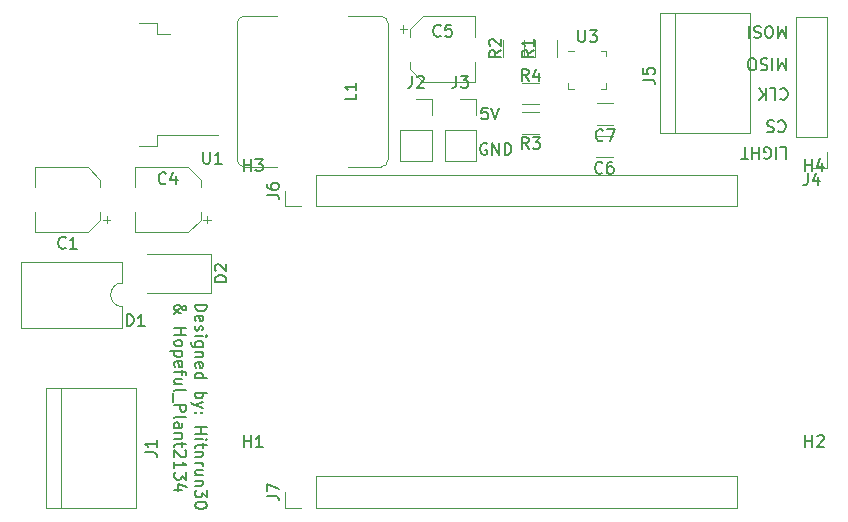
<source format=gbr>
%TF.GenerationSoftware,KiCad,Pcbnew,(5.1.10)-1*%
%TF.CreationDate,2023-06-15T19:01:16+02:00*%
%TF.ProjectId,Disney_door_opener,4469736e-6579-45f6-946f-6f725f6f7065,rev?*%
%TF.SameCoordinates,Original*%
%TF.FileFunction,Legend,Top*%
%TF.FilePolarity,Positive*%
%FSLAX46Y46*%
G04 Gerber Fmt 4.6, Leading zero omitted, Abs format (unit mm)*
G04 Created by KiCad (PCBNEW (5.1.10)-1) date 2023-06-15 19:01:16*
%MOMM*%
%LPD*%
G01*
G04 APERTURE LIST*
%ADD10C,0.150000*%
%ADD11C,0.120000*%
G04 APERTURE END LIST*
D10*
X141047619Y-42952380D02*
X141047619Y-42904761D01*
X141095238Y-42809523D01*
X141238095Y-42666666D01*
X141523809Y-42428571D01*
X141666666Y-42333333D01*
X141809523Y-42285714D01*
X141904761Y-42285714D01*
X142000000Y-42333333D01*
X142047619Y-42428571D01*
X142047619Y-42476190D01*
X142000000Y-42571428D01*
X141904761Y-42619047D01*
X141857142Y-42619047D01*
X141761904Y-42571428D01*
X141714285Y-42523809D01*
X141523809Y-42238095D01*
X141476190Y-42190476D01*
X141380952Y-42142857D01*
X141238095Y-42142857D01*
X141142857Y-42190476D01*
X141095238Y-42238095D01*
X141047619Y-42333333D01*
X141047619Y-42476190D01*
X141095238Y-42571428D01*
X141142857Y-42619047D01*
X141333333Y-42761904D01*
X141476190Y-42809523D01*
X141571428Y-42809523D01*
X141047619Y-44142857D02*
X142047619Y-44142857D01*
X141571428Y-44142857D02*
X141571428Y-44714285D01*
X141047619Y-44714285D02*
X142047619Y-44714285D01*
X141047619Y-45333333D02*
X141095238Y-45238095D01*
X141142857Y-45190476D01*
X141238095Y-45142857D01*
X141523809Y-45142857D01*
X141619047Y-45190476D01*
X141666666Y-45238095D01*
X141714285Y-45333333D01*
X141714285Y-45476190D01*
X141666666Y-45571428D01*
X141619047Y-45619047D01*
X141523809Y-45666666D01*
X141238095Y-45666666D01*
X141142857Y-45619047D01*
X141095238Y-45571428D01*
X141047619Y-45476190D01*
X141047619Y-45333333D01*
X141714285Y-46095238D02*
X140714285Y-46095238D01*
X141666666Y-46095238D02*
X141714285Y-46190476D01*
X141714285Y-46380952D01*
X141666666Y-46476190D01*
X141619047Y-46523809D01*
X141523809Y-46571428D01*
X141238095Y-46571428D01*
X141142857Y-46523809D01*
X141095238Y-46476190D01*
X141047619Y-46380952D01*
X141047619Y-46190476D01*
X141095238Y-46095238D01*
X141095238Y-47380952D02*
X141047619Y-47285714D01*
X141047619Y-47095238D01*
X141095238Y-47000000D01*
X141190476Y-46952380D01*
X141571428Y-46952380D01*
X141666666Y-47000000D01*
X141714285Y-47095238D01*
X141714285Y-47285714D01*
X141666666Y-47380952D01*
X141571428Y-47428571D01*
X141476190Y-47428571D01*
X141380952Y-46952380D01*
X141714285Y-47714285D02*
X141714285Y-48095238D01*
X141047619Y-47857142D02*
X141904761Y-47857142D01*
X142000000Y-47904761D01*
X142047619Y-48000000D01*
X142047619Y-48095238D01*
X141714285Y-48857142D02*
X141047619Y-48857142D01*
X141714285Y-48428571D02*
X141190476Y-48428571D01*
X141095238Y-48476190D01*
X141047619Y-48571428D01*
X141047619Y-48714285D01*
X141095238Y-48809523D01*
X141142857Y-48857142D01*
X141047619Y-49476190D02*
X141095238Y-49380952D01*
X141190476Y-49333333D01*
X142047619Y-49333333D01*
X140952380Y-49619047D02*
X140952380Y-50380952D01*
X141047619Y-50619047D02*
X142047619Y-50619047D01*
X142047619Y-51000000D01*
X142000000Y-51095238D01*
X141952380Y-51142857D01*
X141857142Y-51190476D01*
X141714285Y-51190476D01*
X141619047Y-51142857D01*
X141571428Y-51095238D01*
X141523809Y-51000000D01*
X141523809Y-50619047D01*
X141047619Y-51761904D02*
X141095238Y-51666666D01*
X141190476Y-51619047D01*
X142047619Y-51619047D01*
X141047619Y-52571428D02*
X141571428Y-52571428D01*
X141666666Y-52523809D01*
X141714285Y-52428571D01*
X141714285Y-52238095D01*
X141666666Y-52142857D01*
X141095238Y-52571428D02*
X141047619Y-52476190D01*
X141047619Y-52238095D01*
X141095238Y-52142857D01*
X141190476Y-52095238D01*
X141285714Y-52095238D01*
X141380952Y-52142857D01*
X141428571Y-52238095D01*
X141428571Y-52476190D01*
X141476190Y-52571428D01*
X141714285Y-53047619D02*
X141047619Y-53047619D01*
X141619047Y-53047619D02*
X141666666Y-53095238D01*
X141714285Y-53190476D01*
X141714285Y-53333333D01*
X141666666Y-53428571D01*
X141571428Y-53476190D01*
X141047619Y-53476190D01*
X141714285Y-53809523D02*
X141714285Y-54190476D01*
X142047619Y-53952380D02*
X141190476Y-53952380D01*
X141095238Y-54000000D01*
X141047619Y-54095238D01*
X141047619Y-54190476D01*
X141952380Y-54476190D02*
X142000000Y-54523809D01*
X142047619Y-54619047D01*
X142047619Y-54857142D01*
X142000000Y-54952380D01*
X141952380Y-55000000D01*
X141857142Y-55047619D01*
X141761904Y-55047619D01*
X141619047Y-55000000D01*
X141047619Y-54428571D01*
X141047619Y-55047619D01*
X141047619Y-56000000D02*
X141047619Y-55428571D01*
X141047619Y-55714285D02*
X142047619Y-55714285D01*
X141904761Y-55619047D01*
X141809523Y-55523809D01*
X141761904Y-55428571D01*
X142047619Y-56333333D02*
X142047619Y-56952380D01*
X141666666Y-56619047D01*
X141666666Y-56761904D01*
X141619047Y-56857142D01*
X141571428Y-56904761D01*
X141476190Y-56952380D01*
X141238095Y-56952380D01*
X141142857Y-56904761D01*
X141095238Y-56857142D01*
X141047619Y-56761904D01*
X141047619Y-56476190D01*
X141095238Y-56380952D01*
X141142857Y-56333333D01*
X141714285Y-57809523D02*
X141047619Y-57809523D01*
X142095238Y-57571428D02*
X141380952Y-57333333D01*
X141380952Y-57952380D01*
X142797619Y-42130952D02*
X143797619Y-42130952D01*
X143797619Y-42369047D01*
X143750000Y-42511904D01*
X143654761Y-42607142D01*
X143559523Y-42654761D01*
X143369047Y-42702380D01*
X143226190Y-42702380D01*
X143035714Y-42654761D01*
X142940476Y-42607142D01*
X142845238Y-42511904D01*
X142797619Y-42369047D01*
X142797619Y-42130952D01*
X142845238Y-43511904D02*
X142797619Y-43416666D01*
X142797619Y-43226190D01*
X142845238Y-43130952D01*
X142940476Y-43083333D01*
X143321428Y-43083333D01*
X143416666Y-43130952D01*
X143464285Y-43226190D01*
X143464285Y-43416666D01*
X143416666Y-43511904D01*
X143321428Y-43559523D01*
X143226190Y-43559523D01*
X143130952Y-43083333D01*
X142845238Y-43940476D02*
X142797619Y-44035714D01*
X142797619Y-44226190D01*
X142845238Y-44321428D01*
X142940476Y-44369047D01*
X142988095Y-44369047D01*
X143083333Y-44321428D01*
X143130952Y-44226190D01*
X143130952Y-44083333D01*
X143178571Y-43988095D01*
X143273809Y-43940476D01*
X143321428Y-43940476D01*
X143416666Y-43988095D01*
X143464285Y-44083333D01*
X143464285Y-44226190D01*
X143416666Y-44321428D01*
X142797619Y-44797619D02*
X143464285Y-44797619D01*
X143797619Y-44797619D02*
X143750000Y-44750000D01*
X143702380Y-44797619D01*
X143750000Y-44845238D01*
X143797619Y-44797619D01*
X143702380Y-44797619D01*
X143464285Y-45702380D02*
X142654761Y-45702380D01*
X142559523Y-45654761D01*
X142511904Y-45607142D01*
X142464285Y-45511904D01*
X142464285Y-45369047D01*
X142511904Y-45273809D01*
X142845238Y-45702380D02*
X142797619Y-45607142D01*
X142797619Y-45416666D01*
X142845238Y-45321428D01*
X142892857Y-45273809D01*
X142988095Y-45226190D01*
X143273809Y-45226190D01*
X143369047Y-45273809D01*
X143416666Y-45321428D01*
X143464285Y-45416666D01*
X143464285Y-45607142D01*
X143416666Y-45702380D01*
X143464285Y-46178571D02*
X142797619Y-46178571D01*
X143369047Y-46178571D02*
X143416666Y-46226190D01*
X143464285Y-46321428D01*
X143464285Y-46464285D01*
X143416666Y-46559523D01*
X143321428Y-46607142D01*
X142797619Y-46607142D01*
X142845238Y-47464285D02*
X142797619Y-47369047D01*
X142797619Y-47178571D01*
X142845238Y-47083333D01*
X142940476Y-47035714D01*
X143321428Y-47035714D01*
X143416666Y-47083333D01*
X143464285Y-47178571D01*
X143464285Y-47369047D01*
X143416666Y-47464285D01*
X143321428Y-47511904D01*
X143226190Y-47511904D01*
X143130952Y-47035714D01*
X142797619Y-48369047D02*
X143797619Y-48369047D01*
X142845238Y-48369047D02*
X142797619Y-48273809D01*
X142797619Y-48083333D01*
X142845238Y-47988095D01*
X142892857Y-47940476D01*
X142988095Y-47892857D01*
X143273809Y-47892857D01*
X143369047Y-47940476D01*
X143416666Y-47988095D01*
X143464285Y-48083333D01*
X143464285Y-48273809D01*
X143416666Y-48369047D01*
X142797619Y-49607142D02*
X143797619Y-49607142D01*
X143416666Y-49607142D02*
X143464285Y-49702380D01*
X143464285Y-49892857D01*
X143416666Y-49988095D01*
X143369047Y-50035714D01*
X143273809Y-50083333D01*
X142988095Y-50083333D01*
X142892857Y-50035714D01*
X142845238Y-49988095D01*
X142797619Y-49892857D01*
X142797619Y-49702380D01*
X142845238Y-49607142D01*
X143464285Y-50416666D02*
X142797619Y-50654761D01*
X143464285Y-50892857D02*
X142797619Y-50654761D01*
X142559523Y-50559523D01*
X142511904Y-50511904D01*
X142464285Y-50416666D01*
X142892857Y-51273809D02*
X142845238Y-51321428D01*
X142797619Y-51273809D01*
X142845238Y-51226190D01*
X142892857Y-51273809D01*
X142797619Y-51273809D01*
X143416666Y-51273809D02*
X143369047Y-51321428D01*
X143321428Y-51273809D01*
X143369047Y-51226190D01*
X143416666Y-51273809D01*
X143321428Y-51273809D01*
X142797619Y-52511904D02*
X143797619Y-52511904D01*
X143321428Y-52511904D02*
X143321428Y-53083333D01*
X142797619Y-53083333D02*
X143797619Y-53083333D01*
X142797619Y-53559523D02*
X143464285Y-53559523D01*
X143797619Y-53559523D02*
X143750000Y-53511904D01*
X143702380Y-53559523D01*
X143750000Y-53607142D01*
X143797619Y-53559523D01*
X143702380Y-53559523D01*
X143464285Y-53892857D02*
X143464285Y-54273809D01*
X143797619Y-54035714D02*
X142940476Y-54035714D01*
X142845238Y-54083333D01*
X142797619Y-54178571D01*
X142797619Y-54273809D01*
X143464285Y-54607142D02*
X142797619Y-54607142D01*
X143369047Y-54607142D02*
X143416666Y-54654761D01*
X143464285Y-54750000D01*
X143464285Y-54892857D01*
X143416666Y-54988095D01*
X143321428Y-55035714D01*
X142797619Y-55035714D01*
X142797619Y-55511904D02*
X143464285Y-55511904D01*
X143273809Y-55511904D02*
X143369047Y-55559523D01*
X143416666Y-55607142D01*
X143464285Y-55702380D01*
X143464285Y-55797619D01*
X143464285Y-56559523D02*
X142797619Y-56559523D01*
X143464285Y-56130952D02*
X142940476Y-56130952D01*
X142845238Y-56178571D01*
X142797619Y-56273809D01*
X142797619Y-56416666D01*
X142845238Y-56511904D01*
X142892857Y-56559523D01*
X143464285Y-57035714D02*
X142797619Y-57035714D01*
X143369047Y-57035714D02*
X143416666Y-57083333D01*
X143464285Y-57178571D01*
X143464285Y-57321428D01*
X143416666Y-57416666D01*
X143321428Y-57464285D01*
X142797619Y-57464285D01*
X143797619Y-57845238D02*
X143797619Y-58464285D01*
X143416666Y-58130952D01*
X143416666Y-58273809D01*
X143369047Y-58369047D01*
X143321428Y-58416666D01*
X143226190Y-58464285D01*
X142988095Y-58464285D01*
X142892857Y-58416666D01*
X142845238Y-58369047D01*
X142797619Y-58273809D01*
X142797619Y-57988095D01*
X142845238Y-57892857D01*
X142892857Y-57845238D01*
X143797619Y-59083333D02*
X143797619Y-59178571D01*
X143750000Y-59273809D01*
X143702380Y-59321428D01*
X143607142Y-59369047D01*
X143416666Y-59416666D01*
X143178571Y-59416666D01*
X142988095Y-59369047D01*
X142892857Y-59321428D01*
X142845238Y-59273809D01*
X142797619Y-59178571D01*
X142797619Y-59083333D01*
X142845238Y-58988095D01*
X142892857Y-58940476D01*
X142988095Y-58892857D01*
X143178571Y-58845238D01*
X143416666Y-58845238D01*
X143607142Y-58892857D01*
X143702380Y-58940476D01*
X143750000Y-58988095D01*
X143797619Y-59083333D01*
X167488095Y-28500000D02*
X167392857Y-28452380D01*
X167250000Y-28452380D01*
X167107142Y-28500000D01*
X167011904Y-28595238D01*
X166964285Y-28690476D01*
X166916666Y-28880952D01*
X166916666Y-29023809D01*
X166964285Y-29214285D01*
X167011904Y-29309523D01*
X167107142Y-29404761D01*
X167250000Y-29452380D01*
X167345238Y-29452380D01*
X167488095Y-29404761D01*
X167535714Y-29357142D01*
X167535714Y-29023809D01*
X167345238Y-29023809D01*
X167964285Y-29452380D02*
X167964285Y-28452380D01*
X168535714Y-29452380D01*
X168535714Y-28452380D01*
X169011904Y-29452380D02*
X169011904Y-28452380D01*
X169250000Y-28452380D01*
X169392857Y-28500000D01*
X169488095Y-28595238D01*
X169535714Y-28690476D01*
X169583333Y-28880952D01*
X169583333Y-29023809D01*
X169535714Y-29214285D01*
X169488095Y-29309523D01*
X169392857Y-29404761D01*
X169250000Y-29452380D01*
X169011904Y-29452380D01*
X167559523Y-25452380D02*
X167083333Y-25452380D01*
X167035714Y-25928571D01*
X167083333Y-25880952D01*
X167178571Y-25833333D01*
X167416666Y-25833333D01*
X167511904Y-25880952D01*
X167559523Y-25928571D01*
X167607142Y-26023809D01*
X167607142Y-26261904D01*
X167559523Y-26357142D01*
X167511904Y-26404761D01*
X167416666Y-26452380D01*
X167178571Y-26452380D01*
X167083333Y-26404761D01*
X167035714Y-26357142D01*
X167892857Y-25452380D02*
X168226190Y-26452380D01*
X168559523Y-25452380D01*
X192333333Y-28797619D02*
X192809523Y-28797619D01*
X192809523Y-29797619D01*
X192000000Y-28797619D02*
X192000000Y-29797619D01*
X191000000Y-29750000D02*
X191095238Y-29797619D01*
X191238095Y-29797619D01*
X191380952Y-29750000D01*
X191476190Y-29654761D01*
X191523809Y-29559523D01*
X191571428Y-29369047D01*
X191571428Y-29226190D01*
X191523809Y-29035714D01*
X191476190Y-28940476D01*
X191380952Y-28845238D01*
X191238095Y-28797619D01*
X191142857Y-28797619D01*
X191000000Y-28845238D01*
X190952380Y-28892857D01*
X190952380Y-29226190D01*
X191142857Y-29226190D01*
X190523809Y-28797619D02*
X190523809Y-29797619D01*
X190523809Y-29321428D02*
X189952380Y-29321428D01*
X189952380Y-28797619D02*
X189952380Y-29797619D01*
X189619047Y-29797619D02*
X189047619Y-29797619D01*
X189333333Y-28797619D02*
X189333333Y-29797619D01*
X192166666Y-26642857D02*
X192214285Y-26595238D01*
X192357142Y-26547619D01*
X192452380Y-26547619D01*
X192595238Y-26595238D01*
X192690476Y-26690476D01*
X192738095Y-26785714D01*
X192785714Y-26976190D01*
X192785714Y-27119047D01*
X192738095Y-27309523D01*
X192690476Y-27404761D01*
X192595238Y-27500000D01*
X192452380Y-27547619D01*
X192357142Y-27547619D01*
X192214285Y-27500000D01*
X192166666Y-27452380D01*
X191785714Y-26595238D02*
X191642857Y-26547619D01*
X191404761Y-26547619D01*
X191309523Y-26595238D01*
X191261904Y-26642857D01*
X191214285Y-26738095D01*
X191214285Y-26833333D01*
X191261904Y-26928571D01*
X191309523Y-26976190D01*
X191404761Y-27023809D01*
X191595238Y-27071428D01*
X191690476Y-27119047D01*
X191738095Y-27166666D01*
X191785714Y-27261904D01*
X191785714Y-27357142D01*
X191738095Y-27452380D01*
X191690476Y-27500000D01*
X191595238Y-27547619D01*
X191357142Y-27547619D01*
X191214285Y-27500000D01*
X192345238Y-23892857D02*
X192392857Y-23845238D01*
X192535714Y-23797619D01*
X192630952Y-23797619D01*
X192773809Y-23845238D01*
X192869047Y-23940476D01*
X192916666Y-24035714D01*
X192964285Y-24226190D01*
X192964285Y-24369047D01*
X192916666Y-24559523D01*
X192869047Y-24654761D01*
X192773809Y-24750000D01*
X192630952Y-24797619D01*
X192535714Y-24797619D01*
X192392857Y-24750000D01*
X192345238Y-24702380D01*
X191440476Y-23797619D02*
X191916666Y-23797619D01*
X191916666Y-24797619D01*
X191107142Y-23797619D02*
X191107142Y-24797619D01*
X190535714Y-23797619D02*
X190964285Y-24369047D01*
X190535714Y-24797619D02*
X191107142Y-24226190D01*
X192821428Y-21297619D02*
X192821428Y-22297619D01*
X192488095Y-21583333D01*
X192154761Y-22297619D01*
X192154761Y-21297619D01*
X191678571Y-21297619D02*
X191678571Y-22297619D01*
X191250000Y-21345238D02*
X191107142Y-21297619D01*
X190869047Y-21297619D01*
X190773809Y-21345238D01*
X190726190Y-21392857D01*
X190678571Y-21488095D01*
X190678571Y-21583333D01*
X190726190Y-21678571D01*
X190773809Y-21726190D01*
X190869047Y-21773809D01*
X191059523Y-21821428D01*
X191154761Y-21869047D01*
X191202380Y-21916666D01*
X191250000Y-22011904D01*
X191250000Y-22107142D01*
X191202380Y-22202380D01*
X191154761Y-22250000D01*
X191059523Y-22297619D01*
X190821428Y-22297619D01*
X190678571Y-22250000D01*
X190059523Y-22297619D02*
X189869047Y-22297619D01*
X189773809Y-22250000D01*
X189678571Y-22154761D01*
X189630952Y-21964285D01*
X189630952Y-21630952D01*
X189678571Y-21440476D01*
X189773809Y-21345238D01*
X189869047Y-21297619D01*
X190059523Y-21297619D01*
X190154761Y-21345238D01*
X190250000Y-21440476D01*
X190297619Y-21630952D01*
X190297619Y-21964285D01*
X190250000Y-22154761D01*
X190154761Y-22250000D01*
X190059523Y-22297619D01*
X192821428Y-18547619D02*
X192821428Y-19547619D01*
X192488095Y-18833333D01*
X192154761Y-19547619D01*
X192154761Y-18547619D01*
X191488095Y-19547619D02*
X191297619Y-19547619D01*
X191202380Y-19500000D01*
X191107142Y-19404761D01*
X191059523Y-19214285D01*
X191059523Y-18880952D01*
X191107142Y-18690476D01*
X191202380Y-18595238D01*
X191297619Y-18547619D01*
X191488095Y-18547619D01*
X191583333Y-18595238D01*
X191678571Y-18690476D01*
X191726190Y-18880952D01*
X191726190Y-19214285D01*
X191678571Y-19404761D01*
X191583333Y-19500000D01*
X191488095Y-19547619D01*
X190678571Y-18595238D02*
X190535714Y-18547619D01*
X190297619Y-18547619D01*
X190202380Y-18595238D01*
X190154761Y-18642857D01*
X190107142Y-18738095D01*
X190107142Y-18833333D01*
X190154761Y-18928571D01*
X190202380Y-18976190D01*
X190297619Y-19023809D01*
X190488095Y-19071428D01*
X190583333Y-19119047D01*
X190630952Y-19166666D01*
X190678571Y-19261904D01*
X190678571Y-19357142D01*
X190630952Y-19452380D01*
X190583333Y-19500000D01*
X190488095Y-19547619D01*
X190250000Y-19547619D01*
X190107142Y-19500000D01*
X189678571Y-18547619D02*
X189678571Y-19547619D01*
D11*
%TO.C,J7*%
X188640000Y-59330000D02*
X188640000Y-56670000D01*
X153020000Y-59330000D02*
X188640000Y-59330000D01*
X153020000Y-56670000D02*
X188640000Y-56670000D01*
X153020000Y-59330000D02*
X153020000Y-56670000D01*
X151750000Y-59330000D02*
X150420000Y-59330000D01*
X150420000Y-59330000D02*
X150420000Y-58000000D01*
%TO.C,J6*%
X150420000Y-33830000D02*
X150420000Y-32500000D01*
X151750000Y-33830000D02*
X150420000Y-33830000D01*
X153020000Y-33830000D02*
X153020000Y-31170000D01*
X153020000Y-31170000D02*
X188640000Y-31170000D01*
X153020000Y-33830000D02*
X188640000Y-33830000D01*
X188640000Y-33830000D02*
X188640000Y-31170000D01*
%TO.C,J5*%
X182190000Y-17460000D02*
X182190000Y-27620000D01*
X189810000Y-17460000D02*
X182190000Y-17460000D01*
X189810000Y-27620000D02*
X189810000Y-17460000D01*
X182190000Y-27620000D02*
X189810000Y-27620000D01*
X183460000Y-27620000D02*
X183460000Y-17460000D01*
%TO.C,J4*%
X196330000Y-30580000D02*
X195000000Y-30580000D01*
X196330000Y-29250000D02*
X196330000Y-30580000D01*
X196330000Y-27980000D02*
X193670000Y-27980000D01*
X193670000Y-27980000D02*
X193670000Y-17760000D01*
X196330000Y-27980000D02*
X196330000Y-17760000D01*
X196330000Y-17760000D02*
X193670000Y-17760000D01*
%TO.C,C6*%
X178148752Y-27840000D02*
X176726248Y-27840000D01*
X178148752Y-29660000D02*
X176726248Y-29660000D01*
%TO.C,C1*%
X135312500Y-35247500D02*
X135312500Y-34622500D01*
X135625000Y-34935000D02*
X135000000Y-34935000D01*
X134760000Y-31554437D02*
X133695563Y-30490000D01*
X134760000Y-34945563D02*
X133695563Y-36010000D01*
X134760000Y-34945563D02*
X134760000Y-34310000D01*
X134760000Y-31554437D02*
X134760000Y-32190000D01*
X133695563Y-30490000D02*
X129240000Y-30490000D01*
X133695563Y-36010000D02*
X129240000Y-36010000D01*
X129240000Y-36010000D02*
X129240000Y-34310000D01*
X129240000Y-30490000D02*
X129240000Y-32190000D01*
%TO.C,C4*%
X137740000Y-30490000D02*
X137740000Y-32190000D01*
X137740000Y-36010000D02*
X137740000Y-34310000D01*
X142195563Y-36010000D02*
X137740000Y-36010000D01*
X142195563Y-30490000D02*
X137740000Y-30490000D01*
X143260000Y-31554437D02*
X143260000Y-32190000D01*
X143260000Y-34945563D02*
X143260000Y-34310000D01*
X143260000Y-34945563D02*
X142195563Y-36010000D01*
X143260000Y-31554437D02*
X142195563Y-30490000D01*
X144125000Y-34935000D02*
X143500000Y-34935000D01*
X143812500Y-35247500D02*
X143812500Y-34622500D01*
%TO.C,C5*%
X166510000Y-23260000D02*
X166510000Y-21560000D01*
X166510000Y-17740000D02*
X166510000Y-19440000D01*
X162054437Y-17740000D02*
X166510000Y-17740000D01*
X162054437Y-23260000D02*
X166510000Y-23260000D01*
X160990000Y-22195563D02*
X160990000Y-21560000D01*
X160990000Y-18804437D02*
X160990000Y-19440000D01*
X160990000Y-18804437D02*
X162054437Y-17740000D01*
X160990000Y-22195563D02*
X162054437Y-23260000D01*
X160125000Y-18815000D02*
X160750000Y-18815000D01*
X160437500Y-18502500D02*
X160437500Y-19127500D01*
%TO.C,D1*%
X136650000Y-44080000D02*
X136650000Y-42310000D01*
X128050000Y-44080000D02*
X136650000Y-44080000D01*
X128050000Y-38540000D02*
X128050000Y-44080000D01*
X136650000Y-38540000D02*
X128050000Y-38540000D01*
X136650000Y-40310000D02*
X136650000Y-38540000D01*
X136650000Y-42310000D02*
G75*
G02*
X136650000Y-40310000I0J1000000D01*
G01*
%TO.C,D2*%
X144150000Y-41150000D02*
X144150000Y-37850000D01*
X144150000Y-37850000D02*
X138750000Y-37850000D01*
X144150000Y-41150000D02*
X138750000Y-41150000D01*
%TO.C,L1*%
X159150000Y-18350000D02*
X159150000Y-29850000D01*
X158500000Y-17700000D02*
X155750000Y-17700000D01*
X146350000Y-29850000D02*
X146350000Y-18350000D01*
X158500000Y-30500000D02*
X155750000Y-30500000D01*
X149750000Y-17700000D02*
X147000000Y-17700000D01*
X149750000Y-30500000D02*
X147000000Y-30500000D01*
X158500000Y-17700000D02*
G75*
G02*
X159150000Y-18350000I0J-650000D01*
G01*
X146350000Y-18350000D02*
G75*
G02*
X147000000Y-17700000I650000J0D01*
G01*
X147000000Y-30500000D02*
G75*
G02*
X146350000Y-29850000I0J650000D01*
G01*
X159150000Y-29850000D02*
G75*
G02*
X158500000Y-30500000I-650000J0D01*
G01*
%TO.C,U1*%
X138075000Y-28700000D02*
X139575000Y-28700000D01*
X139575000Y-28700000D02*
X139575000Y-27750000D01*
X139575000Y-27750000D02*
X144700000Y-27750000D01*
X138075000Y-18300000D02*
X139575000Y-18300000D01*
X139575000Y-18300000D02*
X139575000Y-19250000D01*
X139575000Y-19250000D02*
X140675000Y-19250000D01*
%TO.C,J2*%
X160170000Y-27345001D02*
X162830000Y-27345001D01*
X160170000Y-27345001D02*
X160170000Y-29945001D01*
X160170000Y-29945001D02*
X162830000Y-29945001D01*
X162830000Y-27345001D02*
X162830000Y-29945001D01*
X162830000Y-24745001D02*
X162830000Y-26075001D01*
X161500000Y-24745001D02*
X162830000Y-24745001D01*
%TO.C,J3*%
X165250000Y-24745001D02*
X166580000Y-24745001D01*
X166580000Y-24745001D02*
X166580000Y-26075001D01*
X166580000Y-27345001D02*
X166580000Y-29945001D01*
X163920000Y-29945001D02*
X166580000Y-29945001D01*
X163920000Y-27345001D02*
X163920000Y-29945001D01*
X163920000Y-27345001D02*
X166580000Y-27345001D01*
%TO.C,C7*%
X178211252Y-26910000D02*
X176788748Y-26910000D01*
X178211252Y-25090000D02*
X176788748Y-25090000D01*
%TO.C,U3*%
X174865000Y-20640000D02*
X174390000Y-20640000D01*
X177610000Y-23860000D02*
X177610000Y-23385000D01*
X177135000Y-23860000D02*
X177610000Y-23860000D01*
X174390000Y-23860000D02*
X174390000Y-23385000D01*
X174865000Y-23860000D02*
X174390000Y-23860000D01*
X177610000Y-20640000D02*
X177610000Y-21115000D01*
X177135000Y-20640000D02*
X177610000Y-20640000D01*
%TO.C,R1*%
X171590000Y-19722936D02*
X171590000Y-21177064D01*
X173410000Y-19722936D02*
X173410000Y-21177064D01*
%TO.C,R2*%
X170660000Y-19722936D02*
X170660000Y-21177064D01*
X168840000Y-19722936D02*
X168840000Y-21177064D01*
%TO.C,R3*%
X170472936Y-27660000D02*
X171927064Y-27660000D01*
X170472936Y-25840000D02*
X171927064Y-25840000D01*
%TO.C,R4*%
X170472936Y-23340000D02*
X171927064Y-23340000D01*
X170472936Y-25160000D02*
X171927064Y-25160000D01*
%TO.C,J1*%
X130190000Y-49210000D02*
X130190000Y-59370000D01*
X137810000Y-49210000D02*
X130190000Y-49210000D01*
X137810000Y-59370000D02*
X137810000Y-49210000D01*
X130190000Y-59370000D02*
X137810000Y-59370000D01*
X131460000Y-59370000D02*
X131460000Y-49210000D01*
%TO.C,J7*%
D10*
X148872380Y-58333333D02*
X149586666Y-58333333D01*
X149729523Y-58380952D01*
X149824761Y-58476190D01*
X149872380Y-58619047D01*
X149872380Y-58714285D01*
X148872380Y-57952380D02*
X148872380Y-57285714D01*
X149872380Y-57714285D01*
%TO.C,J6*%
X148872380Y-32833333D02*
X149586666Y-32833333D01*
X149729523Y-32880952D01*
X149824761Y-32976190D01*
X149872380Y-33119047D01*
X149872380Y-33214285D01*
X148872380Y-31928571D02*
X148872380Y-32119047D01*
X148920000Y-32214285D01*
X148967619Y-32261904D01*
X149110476Y-32357142D01*
X149300952Y-32404761D01*
X149681904Y-32404761D01*
X149777142Y-32357142D01*
X149824761Y-32309523D01*
X149872380Y-32214285D01*
X149872380Y-32023809D01*
X149824761Y-31928571D01*
X149777142Y-31880952D01*
X149681904Y-31833333D01*
X149443809Y-31833333D01*
X149348571Y-31880952D01*
X149300952Y-31928571D01*
X149253333Y-32023809D01*
X149253333Y-32214285D01*
X149300952Y-32309523D01*
X149348571Y-32357142D01*
X149443809Y-32404761D01*
%TO.C,H4*%
X194428095Y-30802380D02*
X194428095Y-29802380D01*
X194428095Y-30278571D02*
X194999523Y-30278571D01*
X194999523Y-30802380D02*
X194999523Y-29802380D01*
X195904285Y-30135714D02*
X195904285Y-30802380D01*
X195666190Y-29754761D02*
X195428095Y-30469047D01*
X196047142Y-30469047D01*
%TO.C,H3*%
X146948095Y-30812380D02*
X146948095Y-29812380D01*
X146948095Y-30288571D02*
X147519523Y-30288571D01*
X147519523Y-30812380D02*
X147519523Y-29812380D01*
X147900476Y-29812380D02*
X148519523Y-29812380D01*
X148186190Y-30193333D01*
X148329047Y-30193333D01*
X148424285Y-30240952D01*
X148471904Y-30288571D01*
X148519523Y-30383809D01*
X148519523Y-30621904D01*
X148471904Y-30717142D01*
X148424285Y-30764761D01*
X148329047Y-30812380D01*
X148043333Y-30812380D01*
X147948095Y-30764761D01*
X147900476Y-30717142D01*
%TO.C,H2*%
X194458095Y-54192380D02*
X194458095Y-53192380D01*
X194458095Y-53668571D02*
X195029523Y-53668571D01*
X195029523Y-54192380D02*
X195029523Y-53192380D01*
X195458095Y-53287619D02*
X195505714Y-53240000D01*
X195600952Y-53192380D01*
X195839047Y-53192380D01*
X195934285Y-53240000D01*
X195981904Y-53287619D01*
X196029523Y-53382857D01*
X196029523Y-53478095D01*
X195981904Y-53620952D01*
X195410476Y-54192380D01*
X196029523Y-54192380D01*
%TO.C,H1*%
X146958095Y-54202380D02*
X146958095Y-53202380D01*
X146958095Y-53678571D02*
X147529523Y-53678571D01*
X147529523Y-54202380D02*
X147529523Y-53202380D01*
X148529523Y-54202380D02*
X147958095Y-54202380D01*
X148243809Y-54202380D02*
X148243809Y-53202380D01*
X148148571Y-53345238D01*
X148053333Y-53440476D01*
X147958095Y-53488095D01*
%TO.C,J5*%
X180702380Y-23083333D02*
X181416666Y-23083333D01*
X181559523Y-23130952D01*
X181654761Y-23226190D01*
X181702380Y-23369047D01*
X181702380Y-23464285D01*
X180702380Y-22130952D02*
X180702380Y-22607142D01*
X181178571Y-22654761D01*
X181130952Y-22607142D01*
X181083333Y-22511904D01*
X181083333Y-22273809D01*
X181130952Y-22178571D01*
X181178571Y-22130952D01*
X181273809Y-22083333D01*
X181511904Y-22083333D01*
X181607142Y-22130952D01*
X181654761Y-22178571D01*
X181702380Y-22273809D01*
X181702380Y-22511904D01*
X181654761Y-22607142D01*
X181607142Y-22654761D01*
%TO.C,J4*%
X194666666Y-31032380D02*
X194666666Y-31746666D01*
X194619047Y-31889523D01*
X194523809Y-31984761D01*
X194380952Y-32032380D01*
X194285714Y-32032380D01*
X195571428Y-31365714D02*
X195571428Y-32032380D01*
X195333333Y-30984761D02*
X195095238Y-31699047D01*
X195714285Y-31699047D01*
%TO.C,C6*%
X177270833Y-30957142D02*
X177223214Y-31004761D01*
X177080357Y-31052380D01*
X176985119Y-31052380D01*
X176842261Y-31004761D01*
X176747023Y-30909523D01*
X176699404Y-30814285D01*
X176651785Y-30623809D01*
X176651785Y-30480952D01*
X176699404Y-30290476D01*
X176747023Y-30195238D01*
X176842261Y-30100000D01*
X176985119Y-30052380D01*
X177080357Y-30052380D01*
X177223214Y-30100000D01*
X177270833Y-30147619D01*
X178127976Y-30052380D02*
X177937500Y-30052380D01*
X177842261Y-30100000D01*
X177794642Y-30147619D01*
X177699404Y-30290476D01*
X177651785Y-30480952D01*
X177651785Y-30861904D01*
X177699404Y-30957142D01*
X177747023Y-31004761D01*
X177842261Y-31052380D01*
X178032738Y-31052380D01*
X178127976Y-31004761D01*
X178175595Y-30957142D01*
X178223214Y-30861904D01*
X178223214Y-30623809D01*
X178175595Y-30528571D01*
X178127976Y-30480952D01*
X178032738Y-30433333D01*
X177842261Y-30433333D01*
X177747023Y-30480952D01*
X177699404Y-30528571D01*
X177651785Y-30623809D01*
%TO.C,C1*%
X131833333Y-37307142D02*
X131785714Y-37354761D01*
X131642857Y-37402380D01*
X131547619Y-37402380D01*
X131404761Y-37354761D01*
X131309523Y-37259523D01*
X131261904Y-37164285D01*
X131214285Y-36973809D01*
X131214285Y-36830952D01*
X131261904Y-36640476D01*
X131309523Y-36545238D01*
X131404761Y-36450000D01*
X131547619Y-36402380D01*
X131642857Y-36402380D01*
X131785714Y-36450000D01*
X131833333Y-36497619D01*
X132785714Y-37402380D02*
X132214285Y-37402380D01*
X132500000Y-37402380D02*
X132500000Y-36402380D01*
X132404761Y-36545238D01*
X132309523Y-36640476D01*
X132214285Y-36688095D01*
%TO.C,C4*%
X140333333Y-31857142D02*
X140285714Y-31904761D01*
X140142857Y-31952380D01*
X140047619Y-31952380D01*
X139904761Y-31904761D01*
X139809523Y-31809523D01*
X139761904Y-31714285D01*
X139714285Y-31523809D01*
X139714285Y-31380952D01*
X139761904Y-31190476D01*
X139809523Y-31095238D01*
X139904761Y-31000000D01*
X140047619Y-30952380D01*
X140142857Y-30952380D01*
X140285714Y-31000000D01*
X140333333Y-31047619D01*
X141190476Y-31285714D02*
X141190476Y-31952380D01*
X140952380Y-30904761D02*
X140714285Y-31619047D01*
X141333333Y-31619047D01*
%TO.C,C5*%
X163583333Y-19357142D02*
X163535714Y-19404761D01*
X163392857Y-19452380D01*
X163297619Y-19452380D01*
X163154761Y-19404761D01*
X163059523Y-19309523D01*
X163011904Y-19214285D01*
X162964285Y-19023809D01*
X162964285Y-18880952D01*
X163011904Y-18690476D01*
X163059523Y-18595238D01*
X163154761Y-18500000D01*
X163297619Y-18452380D01*
X163392857Y-18452380D01*
X163535714Y-18500000D01*
X163583333Y-18547619D01*
X164488095Y-18452380D02*
X164011904Y-18452380D01*
X163964285Y-18928571D01*
X164011904Y-18880952D01*
X164107142Y-18833333D01*
X164345238Y-18833333D01*
X164440476Y-18880952D01*
X164488095Y-18928571D01*
X164535714Y-19023809D01*
X164535714Y-19261904D01*
X164488095Y-19357142D01*
X164440476Y-19404761D01*
X164345238Y-19452380D01*
X164107142Y-19452380D01*
X164011904Y-19404761D01*
X163964285Y-19357142D01*
%TO.C,D1*%
X137011904Y-43952380D02*
X137011904Y-42952380D01*
X137250000Y-42952380D01*
X137392857Y-43000000D01*
X137488095Y-43095238D01*
X137535714Y-43190476D01*
X137583333Y-43380952D01*
X137583333Y-43523809D01*
X137535714Y-43714285D01*
X137488095Y-43809523D01*
X137392857Y-43904761D01*
X137250000Y-43952380D01*
X137011904Y-43952380D01*
X138535714Y-43952380D02*
X137964285Y-43952380D01*
X138250000Y-43952380D02*
X138250000Y-42952380D01*
X138154761Y-43095238D01*
X138059523Y-43190476D01*
X137964285Y-43238095D01*
%TO.C,D2*%
X145452380Y-40238095D02*
X144452380Y-40238095D01*
X144452380Y-40000000D01*
X144500000Y-39857142D01*
X144595238Y-39761904D01*
X144690476Y-39714285D01*
X144880952Y-39666666D01*
X145023809Y-39666666D01*
X145214285Y-39714285D01*
X145309523Y-39761904D01*
X145404761Y-39857142D01*
X145452380Y-40000000D01*
X145452380Y-40238095D01*
X144547619Y-39285714D02*
X144500000Y-39238095D01*
X144452380Y-39142857D01*
X144452380Y-38904761D01*
X144500000Y-38809523D01*
X144547619Y-38761904D01*
X144642857Y-38714285D01*
X144738095Y-38714285D01*
X144880952Y-38761904D01*
X145452380Y-39333333D01*
X145452380Y-38714285D01*
%TO.C,L1*%
X156452380Y-24266666D02*
X156452380Y-24742857D01*
X155452380Y-24742857D01*
X156452380Y-23409523D02*
X156452380Y-23980952D01*
X156452380Y-23695238D02*
X155452380Y-23695238D01*
X155595238Y-23790476D01*
X155690476Y-23885714D01*
X155738095Y-23980952D01*
%TO.C,U1*%
X143488095Y-29202380D02*
X143488095Y-30011904D01*
X143535714Y-30107142D01*
X143583333Y-30154761D01*
X143678571Y-30202380D01*
X143869047Y-30202380D01*
X143964285Y-30154761D01*
X144011904Y-30107142D01*
X144059523Y-30011904D01*
X144059523Y-29202380D01*
X145059523Y-30202380D02*
X144488095Y-30202380D01*
X144773809Y-30202380D02*
X144773809Y-29202380D01*
X144678571Y-29345238D01*
X144583333Y-29440476D01*
X144488095Y-29488095D01*
%TO.C,J2*%
X161166666Y-22757381D02*
X161166666Y-23471667D01*
X161119047Y-23614524D01*
X161023809Y-23709762D01*
X160880952Y-23757381D01*
X160785714Y-23757381D01*
X161595238Y-22852620D02*
X161642857Y-22805001D01*
X161738095Y-22757381D01*
X161976190Y-22757381D01*
X162071428Y-22805001D01*
X162119047Y-22852620D01*
X162166666Y-22947858D01*
X162166666Y-23043096D01*
X162119047Y-23185953D01*
X161547619Y-23757381D01*
X162166666Y-23757381D01*
%TO.C,J3*%
X164916666Y-22757381D02*
X164916666Y-23471667D01*
X164869047Y-23614524D01*
X164773809Y-23709762D01*
X164630952Y-23757381D01*
X164535714Y-23757381D01*
X165297619Y-22757381D02*
X165916666Y-22757381D01*
X165583333Y-23138334D01*
X165726190Y-23138334D01*
X165821428Y-23185953D01*
X165869047Y-23233572D01*
X165916666Y-23328810D01*
X165916666Y-23566905D01*
X165869047Y-23662143D01*
X165821428Y-23709762D01*
X165726190Y-23757381D01*
X165440476Y-23757381D01*
X165345238Y-23709762D01*
X165297619Y-23662143D01*
%TO.C,C7*%
X177333333Y-28207142D02*
X177285714Y-28254761D01*
X177142857Y-28302380D01*
X177047619Y-28302380D01*
X176904761Y-28254761D01*
X176809523Y-28159523D01*
X176761904Y-28064285D01*
X176714285Y-27873809D01*
X176714285Y-27730952D01*
X176761904Y-27540476D01*
X176809523Y-27445238D01*
X176904761Y-27350000D01*
X177047619Y-27302380D01*
X177142857Y-27302380D01*
X177285714Y-27350000D01*
X177333333Y-27397619D01*
X177666666Y-27302380D02*
X178333333Y-27302380D01*
X177904761Y-28302380D01*
%TO.C,U3*%
X175238095Y-18902380D02*
X175238095Y-19711904D01*
X175285714Y-19807142D01*
X175333333Y-19854761D01*
X175428571Y-19902380D01*
X175619047Y-19902380D01*
X175714285Y-19854761D01*
X175761904Y-19807142D01*
X175809523Y-19711904D01*
X175809523Y-18902380D01*
X176190476Y-18902380D02*
X176809523Y-18902380D01*
X176476190Y-19283333D01*
X176619047Y-19283333D01*
X176714285Y-19330952D01*
X176761904Y-19378571D01*
X176809523Y-19473809D01*
X176809523Y-19711904D01*
X176761904Y-19807142D01*
X176714285Y-19854761D01*
X176619047Y-19902380D01*
X176333333Y-19902380D01*
X176238095Y-19854761D01*
X176190476Y-19807142D01*
%TO.C,R1*%
X171452380Y-20616666D02*
X170976190Y-20950000D01*
X171452380Y-21188095D02*
X170452380Y-21188095D01*
X170452380Y-20807142D01*
X170500000Y-20711904D01*
X170547619Y-20664285D01*
X170642857Y-20616666D01*
X170785714Y-20616666D01*
X170880952Y-20664285D01*
X170928571Y-20711904D01*
X170976190Y-20807142D01*
X170976190Y-21188095D01*
X171452380Y-19664285D02*
X171452380Y-20235714D01*
X171452380Y-19950000D02*
X170452380Y-19950000D01*
X170595238Y-20045238D01*
X170690476Y-20140476D01*
X170738095Y-20235714D01*
%TO.C,R2*%
X168702380Y-20616666D02*
X168226190Y-20950000D01*
X168702380Y-21188095D02*
X167702380Y-21188095D01*
X167702380Y-20807142D01*
X167750000Y-20711904D01*
X167797619Y-20664285D01*
X167892857Y-20616666D01*
X168035714Y-20616666D01*
X168130952Y-20664285D01*
X168178571Y-20711904D01*
X168226190Y-20807142D01*
X168226190Y-21188095D01*
X167797619Y-20235714D02*
X167750000Y-20188095D01*
X167702380Y-20092857D01*
X167702380Y-19854761D01*
X167750000Y-19759523D01*
X167797619Y-19711904D01*
X167892857Y-19664285D01*
X167988095Y-19664285D01*
X168130952Y-19711904D01*
X168702380Y-20283333D01*
X168702380Y-19664285D01*
%TO.C,R3*%
X171033333Y-28952380D02*
X170700000Y-28476190D01*
X170461904Y-28952380D02*
X170461904Y-27952380D01*
X170842857Y-27952380D01*
X170938095Y-28000000D01*
X170985714Y-28047619D01*
X171033333Y-28142857D01*
X171033333Y-28285714D01*
X170985714Y-28380952D01*
X170938095Y-28428571D01*
X170842857Y-28476190D01*
X170461904Y-28476190D01*
X171366666Y-27952380D02*
X171985714Y-27952380D01*
X171652380Y-28333333D01*
X171795238Y-28333333D01*
X171890476Y-28380952D01*
X171938095Y-28428571D01*
X171985714Y-28523809D01*
X171985714Y-28761904D01*
X171938095Y-28857142D01*
X171890476Y-28904761D01*
X171795238Y-28952380D01*
X171509523Y-28952380D01*
X171414285Y-28904761D01*
X171366666Y-28857142D01*
%TO.C,R4*%
X171033333Y-23202380D02*
X170700000Y-22726190D01*
X170461904Y-23202380D02*
X170461904Y-22202380D01*
X170842857Y-22202380D01*
X170938095Y-22250000D01*
X170985714Y-22297619D01*
X171033333Y-22392857D01*
X171033333Y-22535714D01*
X170985714Y-22630952D01*
X170938095Y-22678571D01*
X170842857Y-22726190D01*
X170461904Y-22726190D01*
X171890476Y-22535714D02*
X171890476Y-23202380D01*
X171652380Y-22154761D02*
X171414285Y-22869047D01*
X172033333Y-22869047D01*
%TO.C,J1*%
X138532380Y-54623333D02*
X139246666Y-54623333D01*
X139389523Y-54670952D01*
X139484761Y-54766190D01*
X139532380Y-54909047D01*
X139532380Y-55004285D01*
X139532380Y-53623333D02*
X139532380Y-54194761D01*
X139532380Y-53909047D02*
X138532380Y-53909047D01*
X138675238Y-54004285D01*
X138770476Y-54099523D01*
X138818095Y-54194761D01*
%TD*%
M02*

</source>
